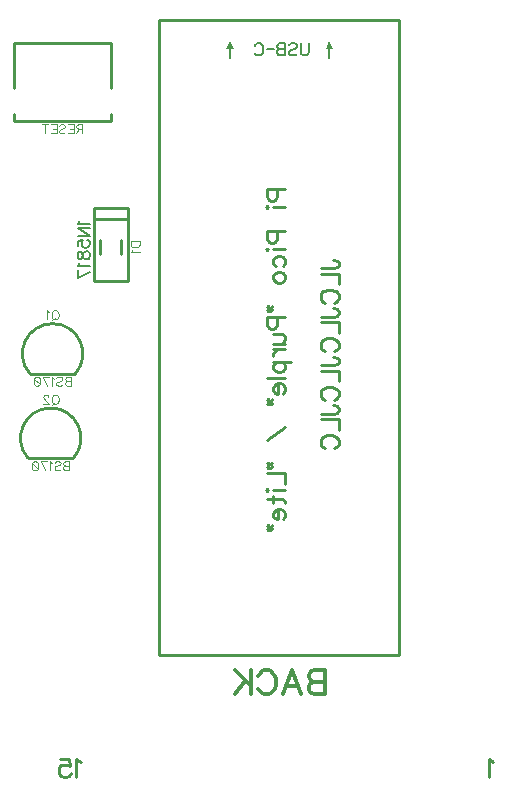
<source format=gbr>
G04 DipTrace 3.3.1.3*
G04 BottomSilk.gbr*
%MOIN*%
G04 #@! TF.FileFunction,Legend,Bot*
G04 #@! TF.Part,Single*
%ADD10C,0.009843*%
%ADD17C,0.005906*%
%ADD49C,0.004632*%
%ADD50C,0.009264*%
%ADD51C,0.006176*%
%ADD53C,0.012351*%
%FSLAX26Y26*%
G04*
G70*
G90*
G75*
G01*
G04 BotSilk*
%LPD*%
X848924Y2512240D2*
D10*
Y2464989D1*
X919788Y2512240D2*
Y2464989D1*
X940600Y2619846D2*
X828100D1*
Y2376101D1*
X940600Y2582359D2*
X834355D1*
X940600Y2376101D2*
X828100D1*
X940600Y2619846D2*
Y2376101D1*
X615010Y2065590D2*
G02X766191Y2065590I75590J66583D01*
G01*
X615010D1*
X608760Y1784340D2*
G02X759941Y1784340I75590J66583D01*
G01*
X608760D1*
X560420Y3019533D2*
Y3169537D1*
X885446Y3019533D2*
X885411Y3169537D1*
X560420D2*
X885446D1*
X560420Y2932026D2*
Y2907017D1*
X885446D1*
Y2932026D1*
X1846850Y1128934D2*
X1046850D1*
Y3245175D1*
X1846850D1*
Y1128934D1*
G36*
X1612887Y3174015D2*
X1625387Y3149015D1*
X1600386D1*
D1*
X1612887Y3174015D1*
G37*
Y3149015D2*
D17*
Y3117766D1*
G36*
X1281636Y3174015D2*
X1294136Y3149015D1*
X1269136D1*
D1*
X1281636Y3174015D1*
G37*
Y3149015D2*
D17*
Y3117766D1*
X950776Y2506893D2*
D49*
X980920Y2506892D1*
Y2496844D1*
X979461Y2492533D1*
X976609Y2489648D1*
X973724Y2488222D1*
X969446Y2486797D1*
X962250D1*
X957939Y2488222D1*
X955087Y2489648D1*
X952202Y2492534D1*
X950776Y2496845D1*
Y2506893D1*
X956546Y2477533D2*
X955087Y2474648D1*
X950809Y2470337D1*
X980920D1*
X701699Y2276840D2*
X704551Y2275448D1*
X707436Y2272563D1*
X708862Y2269678D1*
X710321Y2265366D1*
Y2258204D1*
X708862Y2253893D1*
X707436Y2251041D1*
X704551Y2248156D1*
X701699Y2246730D1*
X695962D1*
X693077Y2248156D1*
X690225Y2251041D1*
X688799Y2253893D1*
X687340Y2258204D1*
Y2265366D1*
X688799Y2269678D1*
X690225Y2272563D1*
X693077Y2275448D1*
X695962Y2276840D1*
X701699D1*
X697388Y2252467D2*
X688799Y2243845D1*
X678076Y2271070D2*
X675191Y2272529D1*
X670880Y2276807D1*
Y2246696D1*
X752918Y2055415D2*
Y2025271D1*
X739984D1*
X735673Y2026730D1*
X734247Y2028156D1*
X732822Y2031008D1*
Y2035319D1*
X734247Y2038204D1*
X735673Y2039630D1*
X739984Y2041056D1*
X735673Y2042515D1*
X734247Y2043941D1*
X732822Y2046793D1*
Y2049678D1*
X734247Y2052530D1*
X735673Y2053989D1*
X739984Y2055415D1*
X752918D1*
Y2041056D2*
X739984D1*
X703462Y2051104D2*
X706314Y2053989D1*
X710625Y2055415D1*
X716362D1*
X720673Y2053989D1*
X723558Y2051104D1*
Y2048252D1*
X722099Y2045367D1*
X720673Y2043941D1*
X717821Y2042515D1*
X709199Y2039630D1*
X706314Y2038204D1*
X704888Y2036745D1*
X703462Y2033893D1*
Y2029582D1*
X706314Y2026730D1*
X710625Y2025271D1*
X716362D1*
X720673Y2026730D1*
X723558Y2029582D1*
X694198Y2049645D2*
X691313Y2051104D1*
X687002Y2055382D1*
Y2025271D1*
X672002D2*
X657643Y2055382D1*
X677739D1*
X639757D2*
X644068Y2053956D1*
X646953Y2049645D1*
X648379Y2042482D1*
Y2038171D1*
X646953Y2031008D1*
X644068Y2026697D1*
X639757Y2025271D1*
X636905D1*
X632594Y2026697D1*
X629742Y2031008D1*
X628283Y2038171D1*
Y2042482D1*
X629742Y2049645D1*
X632594Y2053956D1*
X636905Y2055382D1*
X639757D1*
X629742Y2049645D2*
X646953Y2031008D1*
X701899Y1995590D2*
X704751Y1994198D1*
X707636Y1991313D1*
X709062Y1988428D1*
X710521Y1984116D1*
Y1976954D1*
X709062Y1972643D1*
X707636Y1969791D1*
X704751Y1966906D1*
X701899Y1965480D1*
X696162D1*
X693277Y1966906D1*
X690425Y1969791D1*
X688999Y1972643D1*
X687540Y1976954D1*
Y1984116D1*
X688999Y1988428D1*
X690425Y1991313D1*
X693277Y1994198D1*
X696162Y1995590D1*
X701899D1*
X697588Y1971217D2*
X688999Y1962595D1*
X676817Y1988394D2*
Y1989820D1*
X675391Y1992705D1*
X673965Y1994131D1*
X671080Y1995557D1*
X665343D1*
X662491Y1994131D1*
X661065Y1992705D1*
X659606Y1989820D1*
Y1986968D1*
X661065Y1984083D1*
X663917Y1979805D1*
X678276Y1965446D1*
X658180D1*
X746668Y1774165D2*
Y1744021D1*
X733734D1*
X729423Y1745480D1*
X727997Y1746906D1*
X726572Y1749758D1*
Y1754069D1*
X727997Y1756954D1*
X729423Y1758380D1*
X733734Y1759806D1*
X729423Y1761265D1*
X727997Y1762691D1*
X726572Y1765543D1*
Y1768428D1*
X727997Y1771280D1*
X729423Y1772739D1*
X733734Y1774165D1*
X746668D1*
Y1759806D2*
X733734D1*
X697212Y1769854D2*
X700064Y1772739D1*
X704375Y1774165D1*
X710112D1*
X714423Y1772739D1*
X717308Y1769854D1*
Y1767002D1*
X715849Y1764117D1*
X714423Y1762691D1*
X711571Y1761265D1*
X702949Y1758380D1*
X700064Y1756954D1*
X698638Y1755495D1*
X697212Y1752643D1*
Y1748332D1*
X700064Y1745480D1*
X704375Y1744021D1*
X710112D1*
X714423Y1745480D1*
X717308Y1748332D1*
X687948Y1768395D2*
X685063Y1769854D1*
X680752Y1774132D1*
Y1744021D1*
X665752D2*
X651393Y1774132D1*
X671489D1*
X633507D2*
X637818Y1772706D1*
X640703Y1768395D1*
X642129Y1761232D1*
Y1756921D1*
X640703Y1749758D1*
X637818Y1745447D1*
X633507Y1744021D1*
X630655D1*
X626344Y1745447D1*
X623492Y1749758D1*
X622033Y1756921D1*
Y1761232D1*
X623492Y1768395D1*
X626344Y1772706D1*
X630655Y1774132D1*
X633507D1*
X623492Y1768395D2*
X640703Y1749758D1*
X790241Y2882483D2*
X777341D1*
X773030Y2883942D1*
X771571Y2885368D1*
X770145Y2888220D1*
Y2891105D1*
X771571Y2893957D1*
X773030Y2895416D1*
X777341Y2896842D1*
X790241D1*
Y2866698D1*
X780193Y2882483D2*
X770145Y2866698D1*
X742245Y2896842D2*
X760882D1*
Y2866698D1*
X742245D1*
X760882Y2882483D2*
X749408D1*
X712885Y2892531D2*
X715737Y2895416D1*
X720048Y2896842D1*
X725785D1*
X730096Y2895416D1*
X732981Y2892531D1*
Y2889679D1*
X731522Y2886794D1*
X730096Y2885368D1*
X727244Y2883942D1*
X718622Y2881057D1*
X715737Y2879631D1*
X714311Y2878172D1*
X712885Y2875320D1*
Y2871009D1*
X715737Y2868157D1*
X720048Y2866698D1*
X725785D1*
X730096Y2868157D1*
X732981Y2871009D1*
X684985Y2896842D2*
X703622D1*
Y2866698D1*
X684985D1*
X703622Y2882483D2*
X692148D1*
X665673Y2896842D2*
Y2866698D1*
X675721Y2896842D2*
X655625D1*
X1583608Y2417304D2*
D50*
X1629504D1*
X1638126Y2420156D1*
X1640978Y2423074D1*
X1643896Y2428778D1*
Y2434548D1*
X1640978Y2440252D1*
X1638126Y2443104D1*
X1629504Y2446022D1*
X1623800D1*
X1583608Y2398777D2*
X1643896D1*
Y2364355D1*
X1597934Y2302784D2*
X1592231Y2305636D1*
X1586460Y2311406D1*
X1583608Y2317110D1*
Y2328584D1*
X1586460Y2334354D1*
X1592231Y2340058D1*
X1597934Y2342976D1*
X1606556Y2345828D1*
X1620949D1*
X1629504Y2342976D1*
X1635274Y2340058D1*
X1640978Y2334354D1*
X1643896Y2328584D1*
Y2317110D1*
X1640978Y2311406D1*
X1635274Y2305636D1*
X1629504Y2302784D1*
X1583608Y2255539D2*
X1629504D1*
X1638126Y2258391D1*
X1640978Y2261309D1*
X1643896Y2267013D1*
Y2272783D1*
X1640978Y2278487D1*
X1638126Y2281339D1*
X1629504Y2284257D1*
X1623800D1*
X1583608Y2237012D2*
X1643896D1*
Y2202590D1*
X1597934Y2141019D2*
X1592231Y2143871D1*
X1586460Y2149641D1*
X1583608Y2155345D1*
Y2166819D1*
X1586460Y2172589D1*
X1592231Y2178293D1*
X1597934Y2181211D1*
X1606556Y2184063D1*
X1620949D1*
X1629504Y2181211D1*
X1635274Y2178293D1*
X1640978Y2172589D1*
X1643896Y2166819D1*
Y2155345D1*
X1640978Y2149641D1*
X1635274Y2143871D1*
X1629504Y2141019D1*
X1583608Y2093774D2*
X1629504D1*
X1638126Y2096626D1*
X1640978Y2099544D1*
X1643896Y2105248D1*
Y2111018D1*
X1640978Y2116722D1*
X1638126Y2119574D1*
X1629504Y2122492D1*
X1623800D1*
X1583608Y2075247D2*
X1643896D1*
Y2040825D1*
X1597934Y1979254D2*
X1592231Y1982106D1*
X1586460Y1987876D1*
X1583608Y1993580D1*
Y2005054D1*
X1586460Y2010824D1*
X1592231Y2016528D1*
X1597934Y2019446D1*
X1606556Y2022298D1*
X1620949D1*
X1629504Y2019446D1*
X1635274Y2016528D1*
X1640978Y2010824D1*
X1643896Y2005054D1*
Y1993580D1*
X1640978Y1987876D1*
X1635274Y1982106D1*
X1629504Y1979254D1*
X1583609Y1932009D2*
X1629504D1*
X1638126Y1934861D1*
X1640978Y1937779D1*
X1643896Y1943483D1*
Y1949253D1*
X1640978Y1954957D1*
X1638126Y1957809D1*
X1629504Y1960727D1*
X1623800D1*
X1583609Y1913482D2*
X1643896D1*
Y1879060D1*
X1597934Y1817489D2*
X1592230Y1820341D1*
X1586460Y1826111D1*
X1583608Y1831815D1*
Y1843289D1*
X1586460Y1849059D1*
X1592231Y1854763D1*
X1597934Y1857681D1*
X1606556Y1860533D1*
X1620949D1*
X1629504Y1857681D1*
X1635274Y1854763D1*
X1640978Y1849059D1*
X1643897Y1843289D1*
Y1831815D1*
X1640978Y1826111D1*
X1635274Y1820341D1*
X1629504Y1817489D1*
X781788Y2574080D2*
D51*
X779843Y2570233D1*
X774139Y2564485D1*
X814287D1*
X774095Y2525339D2*
X814287D1*
X774095Y2552134D1*
X814287D1*
X774139Y2490040D2*
Y2509141D1*
X791339Y2511042D1*
X789437Y2509141D1*
X787492Y2503393D1*
Y2497689D1*
X789437Y2491941D1*
X793240Y2488094D1*
X798988Y2486193D1*
X802790D1*
X808539Y2488094D1*
X812385Y2491941D1*
X814287Y2497689D1*
Y2503393D1*
X812385Y2509141D1*
X810440Y2511042D1*
X806637Y2512988D1*
X774139Y2464291D2*
X776040Y2469995D1*
X779843Y2471941D1*
X783689D1*
X787492Y2469995D1*
X789437Y2466192D1*
X791339Y2458543D1*
X793240Y2452795D1*
X797087Y2448993D1*
X800889Y2447091D1*
X806637D1*
X810440Y2448993D1*
X812385Y2450894D1*
X814287Y2456642D1*
Y2464291D1*
X812385Y2469995D1*
X810440Y2471940D1*
X806637Y2473842D1*
X800889D1*
X797087Y2471940D1*
X793240Y2468094D1*
X791339Y2462390D1*
X789437Y2454741D1*
X787492Y2450894D1*
X783689Y2448993D1*
X779843D1*
X776040Y2450894D1*
X774139Y2456642D1*
Y2464291D1*
X781788Y2434740D2*
X779843Y2430893D1*
X774139Y2425145D1*
X814287D1*
Y2405144D2*
X774139Y2385999D1*
Y2412794D1*
X1437712Y2682951D2*
D50*
Y2657085D1*
X1434860Y2648529D1*
X1431942Y2645611D1*
X1426238Y2642759D1*
X1417616D1*
X1411912Y2645611D1*
X1408994Y2648529D1*
X1406142Y2657085D1*
Y2682951D1*
X1466430D1*
X1406142Y2624232D2*
X1408994Y2621380D1*
X1406142Y2618462D1*
X1403224Y2621380D1*
X1406142Y2624232D1*
X1426238Y2621380D2*
X1466430D1*
X1437712Y2541614D2*
Y2515748D1*
X1434860Y2507192D1*
X1431942Y2504274D1*
X1426238Y2501422D1*
X1417616D1*
X1411912Y2504274D1*
X1408994Y2507192D1*
X1406142Y2515748D1*
Y2541614D1*
X1466430D1*
X1406142Y2482895D2*
X1408994Y2480043D1*
X1406142Y2477125D1*
X1403224Y2480043D1*
X1406142Y2482895D1*
X1426238Y2480043D2*
X1466430D1*
X1434860Y2424109D2*
X1429090Y2429879D1*
X1426238Y2435650D1*
Y2444205D1*
X1429090Y2449975D1*
X1434860Y2455679D1*
X1443482Y2458597D1*
X1449186D1*
X1457808Y2455679D1*
X1463512Y2449975D1*
X1466430Y2444205D1*
Y2435650D1*
X1463512Y2429879D1*
X1457808Y2424109D1*
X1426238Y2391256D2*
X1429090Y2396960D1*
X1434860Y2402730D1*
X1443482Y2405582D1*
X1449186D1*
X1457808Y2402730D1*
X1463512Y2396960D1*
X1466430Y2391256D1*
Y2382634D1*
X1463512Y2376864D1*
X1457808Y2371160D1*
X1449186Y2368242D1*
X1443482D1*
X1434860Y2371160D1*
X1429090Y2376864D1*
X1426238Y2382634D1*
Y2391256D1*
X1411978Y2288476D2*
X1409060Y2291394D1*
X1406208Y2288476D1*
X1409060Y2285624D1*
X1414830D1*
X1420534Y2288476D1*
X1423452Y2291394D1*
X1411978Y2277002D2*
X1409060Y2279920D1*
X1406208Y2277002D1*
X1409060Y2274150D1*
X1414830D1*
X1420534Y2277002D1*
X1423452Y2279920D1*
X1437712Y2255623D2*
Y2229756D1*
X1434860Y2221201D1*
X1431942Y2218282D1*
X1426238Y2215431D1*
X1417616D1*
X1411912Y2218282D1*
X1408994Y2221201D1*
X1406142Y2229756D1*
Y2255623D1*
X1466430D1*
X1426238Y2196903D2*
X1454956D1*
X1463512Y2194052D1*
X1466430Y2188281D1*
Y2179659D1*
X1463512Y2173956D1*
X1454956Y2165334D1*
X1426238D2*
X1466430D1*
X1426238Y2146806D2*
X1466430D1*
X1443482D2*
X1434860Y2143888D1*
X1429090Y2138184D1*
X1426238Y2132414D1*
Y2123792D1*
Y2105265D2*
X1486526D1*
X1434860D2*
X1429156Y2099495D1*
X1426238Y2093791D1*
Y2085169D1*
X1429156Y2079399D1*
X1434860Y2073695D1*
X1443482Y2070777D1*
X1449252D1*
X1457808Y2073695D1*
X1463578Y2079399D1*
X1466430Y2085169D1*
Y2093791D1*
X1463578Y2099495D1*
X1457808Y2105265D1*
X1406142Y2052250D2*
X1466430D1*
X1443482Y2033723D2*
Y1999301D1*
X1437712D1*
X1431942Y2002153D1*
X1429090Y2005005D1*
X1426238Y2010775D1*
Y2019397D1*
X1429090Y2025101D1*
X1434860Y2030871D1*
X1443482Y2033723D1*
X1449186D1*
X1457808Y2030871D1*
X1463512Y2025101D1*
X1466430Y2019397D1*
Y2010775D1*
X1463512Y2005005D1*
X1457808Y1999301D1*
X1411978Y1977856D2*
X1409060Y1980774D1*
X1406208Y1977856D1*
X1409060Y1975004D1*
X1414830D1*
X1420534Y1977856D1*
X1423452Y1980774D1*
X1411978Y1966382D2*
X1409060Y1969300D1*
X1406208Y1966382D1*
X1409060Y1963530D1*
X1414830D1*
X1420534Y1966382D1*
X1423452Y1969300D1*
X1466430Y1886681D2*
X1406208Y1846489D1*
X1411978Y1766723D2*
X1409060Y1769641D1*
X1406208Y1766723D1*
X1409060Y1763871D1*
X1414830D1*
X1420534Y1766723D1*
X1423452Y1769641D1*
X1411978Y1755249D2*
X1409060Y1758167D1*
X1406208Y1755249D1*
X1409060Y1752397D1*
X1414830D1*
X1420534Y1755249D1*
X1423452Y1758167D1*
X1406142Y1733870D2*
X1466430D1*
Y1699448D1*
X1406142Y1680921D2*
X1408994Y1678069D1*
X1406142Y1675151D1*
X1403224Y1678069D1*
X1406142Y1680921D1*
X1426238Y1678069D2*
X1466430D1*
X1406142Y1648002D2*
X1454956D1*
X1463512Y1645150D1*
X1466430Y1639380D1*
Y1633676D1*
X1426238Y1656624D2*
Y1636528D1*
X1443482Y1615149D2*
Y1580727D1*
X1437712D1*
X1431942Y1583579D1*
X1429090Y1586431D1*
X1426238Y1592201D1*
Y1600823D1*
X1429090Y1606527D1*
X1434860Y1612297D1*
X1443482Y1615149D1*
X1449186D1*
X1457808Y1612297D1*
X1463512Y1606527D1*
X1466430Y1600823D1*
Y1592201D1*
X1463512Y1586431D1*
X1457808Y1580727D1*
X1411978Y1559282D2*
X1409060Y1562200D1*
X1406208Y1559282D1*
X1409060Y1556430D1*
X1414830D1*
X1420534Y1559282D1*
X1423452Y1562200D1*
X1411978Y1547808D2*
X1409060Y1550726D1*
X1406208Y1547808D1*
X1409060Y1544956D1*
X1414830D1*
X1420534Y1547808D1*
X1423452Y1550726D1*
X1544811Y3167006D2*
D51*
Y3138310D1*
X1542910Y3132562D1*
X1539063Y3128759D1*
X1533315Y3126814D1*
X1529513D1*
X1523764Y3128759D1*
X1519918Y3132562D1*
X1518016Y3138310D1*
Y3167006D1*
X1478870Y3161258D2*
X1482673Y3165104D1*
X1488421Y3167006D1*
X1496070D1*
X1501818Y3165104D1*
X1505665Y3161258D1*
Y3157455D1*
X1503720Y3153608D1*
X1501818Y3151707D1*
X1498016Y3149806D1*
X1486520Y3145959D1*
X1482673Y3144058D1*
X1480772Y3142112D1*
X1478870Y3138310D1*
Y3132562D1*
X1482673Y3128759D1*
X1488421Y3126814D1*
X1496070D1*
X1501818Y3128759D1*
X1505665Y3132562D1*
X1466519Y3167006D2*
Y3126814D1*
X1449275D1*
X1443527Y3128759D1*
X1441626Y3130660D1*
X1439724Y3134463D1*
Y3140211D1*
X1441626Y3144058D1*
X1443527Y3145959D1*
X1449275Y3147860D1*
X1443527Y3149806D1*
X1441626Y3151707D1*
X1439724Y3155510D1*
Y3159356D1*
X1441626Y3163159D1*
X1443527Y3165104D1*
X1449275Y3167006D1*
X1466519D1*
Y3147860D2*
X1449275D1*
X1427373Y3146888D2*
X1405265D1*
X1364218Y3157455D2*
X1366119Y3161258D1*
X1369966Y3165104D1*
X1373768Y3167006D1*
X1381418D1*
X1385264Y3165104D1*
X1389067Y3161258D1*
X1391012Y3157455D1*
X1392914Y3151707D1*
Y3142112D1*
X1391012Y3136408D1*
X1389067Y3132562D1*
X1385264Y3128759D1*
X1381418Y3126814D1*
X1373768D1*
X1369966Y3128759D1*
X1366119Y3132562D1*
X1364218Y3136408D1*
X1598357Y1077481D2*
D53*
Y997097D1*
X1563868D1*
X1552372Y1000988D1*
X1548570Y1004790D1*
X1544767Y1012395D1*
Y1023891D1*
X1548570Y1031585D1*
X1552372Y1035387D1*
X1563868Y1039190D1*
X1552372Y1043081D1*
X1548570Y1046883D1*
X1544767Y1054489D1*
Y1062182D1*
X1548570Y1069787D1*
X1552372Y1073678D1*
X1563868Y1077481D1*
X1598357D1*
Y1039190D2*
X1563868D1*
X1458782Y997097D2*
X1489467Y1077481D1*
X1520065Y997097D1*
X1508568Y1023891D2*
X1470278D1*
X1376687Y1058380D2*
X1380490Y1065985D1*
X1388183Y1073678D1*
X1395788Y1077481D1*
X1411087D1*
X1418780Y1073678D1*
X1426385Y1065985D1*
X1430276Y1058380D1*
X1434079Y1046883D1*
Y1027694D1*
X1430276Y1016286D1*
X1426385Y1008593D1*
X1418780Y1000988D1*
X1411087Y997097D1*
X1395788D1*
X1388183Y1000988D1*
X1380490Y1008593D1*
X1376687Y1016286D1*
X1351984Y1077481D2*
Y997097D1*
X1298395Y1077481D2*
X1351984Y1023891D1*
X1332883Y1043081D2*
X1298395Y997097D1*
X2159694Y771614D2*
D50*
X2153924Y774532D1*
X2145302Y783088D1*
Y722866D1*
X783765Y771614D2*
X777995Y774532D1*
X769373Y783088D1*
Y722866D1*
X716424Y783088D2*
X745075D1*
X747927Y757288D1*
X745075Y760140D1*
X736453Y763058D1*
X727898D1*
X719275Y760140D1*
X713505Y754436D1*
X710653Y745814D1*
Y740110D1*
X713505Y731488D1*
X719275Y725718D1*
X727898Y722866D1*
X736453D1*
X745075Y725718D1*
X747927Y728636D1*
X750845Y734340D1*
M02*

</source>
